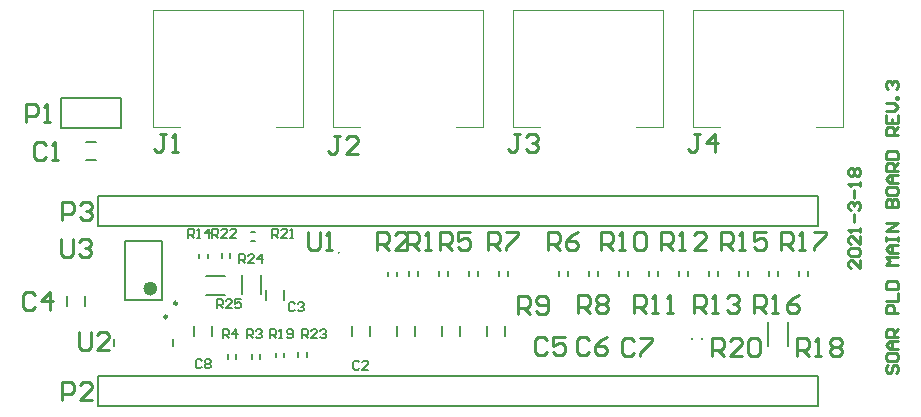
<source format=gto>
G04*
G04 #@! TF.GenerationSoftware,Altium Limited,Altium Designer,21.2.0 (30)*
G04*
G04 Layer_Color=65535*
%FSLAX23Y23*%
%MOIN*%
G70*
G04*
G04 #@! TF.SameCoordinates,F0910630-DBBB-4278-8751-63CB2971D6BE*
G04*
G04*
G04 #@! TF.FilePolarity,Positive*
G04*
G01*
G75*
%ADD10C,0.024*%
%ADD11C,0.010*%
%ADD12C,0.005*%
%ADD13C,0.008*%
%ADD14C,0.004*%
%ADD15C,0.010*%
%ADD16C,0.005*%
D10*
X535Y541D02*
G03*
X535Y541I-12J0D01*
G01*
D11*
X612Y492D02*
G03*
X612Y492I-5J0D01*
G01*
X579Y447D02*
G03*
X579Y447I-5J0D01*
G01*
D12*
X1152Y660D02*
G03*
X1152Y660I-2J0D01*
G01*
D13*
X1405Y384D02*
Y416D01*
X1345Y384D02*
Y416D01*
X1555Y384D02*
Y416D01*
X1495Y384D02*
Y416D01*
X1195Y384D02*
Y416D01*
X1255Y384D02*
Y416D01*
X2327Y374D02*
Y376D01*
X2363Y374D02*
Y376D01*
X2582Y351D02*
Y428D01*
X2648Y351D02*
Y428D01*
X2750Y750D02*
Y850D01*
X350Y750D02*
X2750D01*
X350D02*
Y850D01*
X425D01*
X2750D01*
X437Y698D02*
X563D01*
X437Y502D02*
X563D01*
X437D02*
Y698D01*
X563Y502D02*
Y698D01*
X1016Y313D02*
Y328D01*
X1044Y313D02*
Y328D01*
X425Y250D02*
X2750D01*
X350D02*
X425D01*
X350Y150D02*
Y250D01*
Y150D02*
X2750D01*
Y250D01*
X857Y701D02*
X873D01*
X857Y729D02*
X873D01*
X941Y312D02*
Y327D01*
X969Y312D02*
Y327D01*
X781Y307D02*
Y323D01*
X809Y307D02*
Y323D01*
X861Y307D02*
Y323D01*
X889Y307D02*
Y323D01*
X761Y642D02*
Y658D01*
X789Y642D02*
Y658D01*
X710Y518D02*
X771D01*
X710Y582D02*
X771D01*
X828Y524D02*
Y586D01*
X892Y524D02*
Y586D01*
X1645Y384D02*
Y416D01*
X1705Y384D02*
Y416D01*
X670Y384D02*
Y416D01*
X730Y384D02*
Y416D01*
X305Y484D02*
Y516D01*
X245Y484D02*
Y516D01*
X910Y504D02*
Y536D01*
X970Y504D02*
Y536D01*
X225Y1075D02*
Y1175D01*
X425D01*
Y1075D02*
Y1175D01*
X225Y1075D02*
X425D01*
X686Y642D02*
Y657D01*
X714Y642D02*
Y657D01*
X309Y970D02*
X341D01*
X309Y1030D02*
X341D01*
X402Y348D02*
Y372D01*
X598Y348D02*
Y372D01*
X1414Y582D02*
Y598D01*
X1386Y582D02*
Y598D01*
X1344Y582D02*
Y597D01*
X1316Y582D02*
Y597D01*
X1486Y583D02*
Y598D01*
X1514Y583D02*
Y598D01*
X1686Y583D02*
Y598D01*
X1714Y583D02*
Y598D01*
X1586Y583D02*
Y598D01*
X1614Y583D02*
Y598D01*
X2686Y583D02*
Y598D01*
X2714Y583D02*
Y598D01*
X1886Y583D02*
Y598D01*
X1914Y583D02*
Y598D01*
X1986Y583D02*
Y598D01*
X2014Y583D02*
Y598D01*
X2086Y583D02*
Y598D01*
X2114Y583D02*
Y598D01*
X2186Y583D02*
Y598D01*
X2214Y583D02*
Y598D01*
X2286Y583D02*
Y598D01*
X2314Y583D02*
Y598D01*
X2386Y583D02*
Y598D01*
X2414Y583D02*
Y598D01*
X2486Y583D02*
Y598D01*
X2514Y583D02*
Y598D01*
X2586Y583D02*
Y598D01*
X2614Y583D02*
Y598D01*
D14*
X2333Y1078D02*
X2423D01*
X2333D02*
Y1469D01*
X2831D01*
Y1078D02*
Y1469D01*
X2741Y1078D02*
X2831D01*
X1733D02*
X1823D01*
X1733D02*
Y1469D01*
X2231D01*
Y1078D02*
Y1469D01*
X2141Y1078D02*
X2231D01*
X1133D02*
X1223D01*
X1133D02*
Y1469D01*
X1631D01*
Y1078D02*
Y1469D01*
X1541Y1078D02*
X1631D01*
X533D02*
X623D01*
X533D02*
Y1469D01*
X1031D01*
Y1078D02*
Y1469D01*
X941Y1078D02*
X1031D01*
D15*
X1845Y370D02*
X1835Y380D01*
X1815D01*
X1805Y370D01*
Y330D01*
X1815Y320D01*
X1835D01*
X1845Y330D01*
X1905Y380D02*
X1865D01*
Y350D01*
X1885Y360D01*
X1895D01*
X1905Y350D01*
Y330D01*
X1895Y320D01*
X1875D01*
X1865Y330D01*
X1985Y370D02*
X1975Y380D01*
X1955D01*
X1945Y370D01*
Y330D01*
X1955Y320D01*
X1975D01*
X1985Y330D01*
X2045Y380D02*
X2025Y370D01*
X2005Y350D01*
Y330D01*
X2015Y320D01*
X2035D01*
X2045Y330D01*
Y340D01*
X2035Y350D01*
X2005D01*
X2890Y637D02*
Y610D01*
X2863Y637D01*
X2857D01*
X2850Y630D01*
Y617D01*
X2857Y610D01*
Y650D02*
X2850Y657D01*
Y670D01*
X2857Y677D01*
X2883D01*
X2890Y670D01*
Y657D01*
X2883Y650D01*
X2857D01*
X2890Y717D02*
Y690D01*
X2863Y717D01*
X2857D01*
X2850Y710D01*
Y697D01*
X2857Y690D01*
X2890Y730D02*
Y743D01*
Y737D01*
X2850D01*
X2857Y730D01*
X2870Y763D02*
Y790D01*
X2857Y803D02*
X2850Y810D01*
Y823D01*
X2857Y830D01*
X2863D01*
X2870Y823D01*
Y817D01*
Y823D01*
X2877Y830D01*
X2883D01*
X2890Y823D01*
Y810D01*
X2883Y803D01*
X2870Y843D02*
Y870D01*
X2890Y883D02*
Y897D01*
Y890D01*
X2850D01*
X2857Y883D01*
Y917D02*
X2850Y923D01*
Y937D01*
X2857Y943D01*
X2863D01*
X2870Y937D01*
X2877Y943D01*
X2883D01*
X2890Y937D01*
Y923D01*
X2883Y917D01*
X2877D01*
X2870Y923D01*
X2863Y917D01*
X2857D01*
X2870Y923D02*
Y937D01*
X2982Y287D02*
X2975Y280D01*
Y267D01*
X2982Y260D01*
X2988D01*
X2995Y267D01*
Y280D01*
X3002Y287D01*
X3008D01*
X3015Y280D01*
Y267D01*
X3008Y260D01*
X2975Y320D02*
Y307D01*
X2982Y300D01*
X3008D01*
X3015Y307D01*
Y320D01*
X3008Y327D01*
X2982D01*
X2975Y320D01*
X3015Y340D02*
X2988D01*
X2975Y353D01*
X2988Y367D01*
X3015D01*
X2995D01*
Y340D01*
X3015Y380D02*
X2975D01*
Y400D01*
X2982Y407D01*
X2995D01*
X3002Y400D01*
Y380D01*
Y393D02*
X3015Y407D01*
Y460D02*
X2975D01*
Y480D01*
X2982Y487D01*
X2995D01*
X3002Y480D01*
Y460D01*
X2975Y500D02*
X3015D01*
Y527D01*
X2975Y540D02*
X3015D01*
Y560D01*
X3008Y567D01*
X2982D01*
X2975Y560D01*
Y540D01*
X3015Y620D02*
X2975D01*
X2988Y633D01*
X2975Y647D01*
X3015D01*
Y660D02*
X2988D01*
X2975Y673D01*
X2988Y687D01*
X3015D01*
X2995D01*
Y660D01*
X2975Y700D02*
Y713D01*
Y707D01*
X3015D01*
Y700D01*
Y713D01*
Y733D02*
X2975D01*
X3015Y760D01*
X2975D01*
Y813D02*
X3015D01*
Y833D01*
X3008Y840D01*
X3002D01*
X2995Y833D01*
Y813D01*
Y833D01*
X2988Y840D01*
X2982D01*
X2975Y833D01*
Y813D01*
Y873D02*
Y860D01*
X2982Y853D01*
X3008D01*
X3015Y860D01*
Y873D01*
X3008Y880D01*
X2982D01*
X2975Y873D01*
X3015Y893D02*
X2988D01*
X2975Y906D01*
X2988Y920D01*
X3015D01*
X2995D01*
Y893D01*
X3015Y933D02*
X2975D01*
Y953D01*
X2982Y960D01*
X2995D01*
X3002Y953D01*
Y933D01*
Y946D02*
X3015Y960D01*
X2975Y973D02*
X3015D01*
Y993D01*
X3008Y1000D01*
X2982D01*
X2975Y993D01*
Y973D01*
X3015Y1053D02*
X2975D01*
Y1073D01*
X2982Y1080D01*
X2995D01*
X3002Y1073D01*
Y1053D01*
Y1066D02*
X3015Y1080D01*
X2975Y1120D02*
Y1093D01*
X3015D01*
Y1120D01*
X2995Y1093D02*
Y1106D01*
X2975Y1133D02*
X3002D01*
X3015Y1146D01*
X3002Y1160D01*
X2975D01*
X3015Y1173D02*
X3008D01*
Y1180D01*
X3015D01*
Y1173D01*
X2982Y1206D02*
X2975Y1213D01*
Y1226D01*
X2982Y1233D01*
X2988D01*
X2995Y1226D01*
Y1220D01*
Y1226D01*
X3002Y1233D01*
X3008D01*
X3015Y1226D01*
Y1213D01*
X3008Y1206D01*
X2395Y315D02*
Y375D01*
X2425D01*
X2435Y365D01*
Y345D01*
X2425Y335D01*
X2395D01*
X2415D02*
X2435Y315D01*
X2495D02*
X2455D01*
X2495Y355D01*
Y365D01*
X2485Y375D01*
X2465D01*
X2455Y365D01*
X2515D02*
X2525Y375D01*
X2545D01*
X2555Y365D01*
Y325D01*
X2545Y315D01*
X2525D01*
X2515Y325D01*
Y365D01*
X2680Y315D02*
Y375D01*
X2710D01*
X2720Y365D01*
Y345D01*
X2710Y335D01*
X2680D01*
X2700D02*
X2720Y315D01*
X2740D02*
X2760D01*
X2750D01*
Y375D01*
X2740Y365D01*
X2790D02*
X2800Y375D01*
X2820D01*
X2830Y365D01*
Y355D01*
X2820Y345D01*
X2830Y335D01*
Y325D01*
X2820Y315D01*
X2800D01*
X2790Y325D01*
Y335D01*
X2800Y345D01*
X2790Y355D01*
Y365D01*
X2800Y345D02*
X2820D01*
X225Y705D02*
Y655D01*
X235Y645D01*
X255D01*
X265Y655D01*
Y705D01*
X285Y695D02*
X295Y705D01*
X315D01*
X325Y695D01*
Y685D01*
X315Y675D01*
X305D01*
X315D01*
X325Y665D01*
Y655D01*
X315Y645D01*
X295D01*
X285Y655D01*
X285Y395D02*
Y345D01*
X295Y335D01*
X315D01*
X325Y345D01*
Y395D01*
X385Y335D02*
X345D01*
X385Y375D01*
Y385D01*
X375Y395D01*
X355D01*
X345Y385D01*
X1050Y730D02*
Y680D01*
X1060Y670D01*
X1080D01*
X1090Y680D01*
Y730D01*
X1110Y670D02*
X1130D01*
X1120D01*
Y730D01*
X1110Y720D01*
X2625Y670D02*
Y730D01*
X2655D01*
X2665Y720D01*
Y700D01*
X2655Y690D01*
X2625D01*
X2645D02*
X2665Y670D01*
X2685D02*
X2705D01*
X2695D01*
Y730D01*
X2685Y720D01*
X2735Y730D02*
X2775D01*
Y720D01*
X2735Y680D01*
Y670D01*
X2535Y460D02*
Y520D01*
X2565D01*
X2575Y510D01*
Y490D01*
X2565Y480D01*
X2535D01*
X2555D02*
X2575Y460D01*
X2595D02*
X2615D01*
X2605D01*
Y520D01*
X2595Y510D01*
X2685Y520D02*
X2665Y510D01*
X2645Y490D01*
Y470D01*
X2655Y460D01*
X2675D01*
X2685Y470D01*
Y480D01*
X2675Y490D01*
X2645D01*
X2425Y670D02*
Y730D01*
X2455D01*
X2465Y720D01*
Y700D01*
X2455Y690D01*
X2425D01*
X2445D02*
X2465Y670D01*
X2485D02*
X2505D01*
X2495D01*
Y730D01*
X2485Y720D01*
X2575Y730D02*
X2535D01*
Y700D01*
X2555Y710D01*
X2565D01*
X2575Y700D01*
Y680D01*
X2565Y670D01*
X2545D01*
X2535Y680D01*
X2335Y460D02*
Y520D01*
X2365D01*
X2375Y510D01*
Y490D01*
X2365Y480D01*
X2335D01*
X2355D02*
X2375Y460D01*
X2395D02*
X2415D01*
X2405D01*
Y520D01*
X2395Y510D01*
X2445D02*
X2455Y520D01*
X2475D01*
X2485Y510D01*
Y500D01*
X2475Y490D01*
X2465D01*
X2475D01*
X2485Y480D01*
Y470D01*
X2475Y460D01*
X2455D01*
X2445Y470D01*
X2225Y670D02*
Y730D01*
X2255D01*
X2265Y720D01*
Y700D01*
X2255Y690D01*
X2225D01*
X2245D02*
X2265Y670D01*
X2285D02*
X2305D01*
X2295D01*
Y730D01*
X2285Y720D01*
X2375Y670D02*
X2335D01*
X2375Y710D01*
Y720D01*
X2365Y730D01*
X2345D01*
X2335Y720D01*
X2135Y460D02*
Y520D01*
X2165D01*
X2175Y510D01*
Y490D01*
X2165Y480D01*
X2135D01*
X2155D02*
X2175Y460D01*
X2195D02*
X2215D01*
X2205D01*
Y520D01*
X2195Y510D01*
X2245Y460D02*
X2265D01*
X2255D01*
Y520D01*
X2245Y510D01*
X2025Y670D02*
Y730D01*
X2055D01*
X2065Y720D01*
Y700D01*
X2055Y690D01*
X2025D01*
X2045D02*
X2065Y670D01*
X2085D02*
X2105D01*
X2095D01*
Y730D01*
X2085Y720D01*
X2135D02*
X2145Y730D01*
X2165D01*
X2175Y720D01*
Y680D01*
X2165Y670D01*
X2145D01*
X2135Y680D01*
Y720D01*
X1750Y455D02*
Y515D01*
X1780D01*
X1790Y505D01*
Y485D01*
X1780Y475D01*
X1750D01*
X1770D02*
X1790Y455D01*
X1810Y465D02*
X1820Y455D01*
X1840D01*
X1850Y465D01*
Y505D01*
X1840Y515D01*
X1820D01*
X1810Y505D01*
Y495D01*
X1820Y485D01*
X1850D01*
X1950Y460D02*
Y520D01*
X1980D01*
X1990Y510D01*
Y490D01*
X1980Y480D01*
X1950D01*
X1970D02*
X1990Y460D01*
X2010Y510D02*
X2020Y520D01*
X2040D01*
X2050Y510D01*
Y500D01*
X2040Y490D01*
X2050Y480D01*
Y470D01*
X2040Y460D01*
X2020D01*
X2010Y470D01*
Y480D01*
X2020Y490D01*
X2010Y500D01*
Y510D01*
X2020Y490D02*
X2040D01*
X1650Y670D02*
Y730D01*
X1680D01*
X1690Y720D01*
Y700D01*
X1680Y690D01*
X1650D01*
X1670D02*
X1690Y670D01*
X1710Y730D02*
X1750D01*
Y720D01*
X1710Y680D01*
Y670D01*
X1850Y670D02*
Y730D01*
X1880D01*
X1890Y720D01*
Y700D01*
X1880Y690D01*
X1850D01*
X1870D02*
X1890Y670D01*
X1950Y730D02*
X1930Y720D01*
X1910Y700D01*
Y680D01*
X1920Y670D01*
X1940D01*
X1950Y680D01*
Y690D01*
X1940Y700D01*
X1910D01*
X1490Y670D02*
Y730D01*
X1520D01*
X1530Y720D01*
Y700D01*
X1520Y690D01*
X1490D01*
X1510D02*
X1530Y670D01*
X1590Y730D02*
X1550D01*
Y700D01*
X1570Y710D01*
X1580D01*
X1590Y700D01*
Y680D01*
X1580Y670D01*
X1560D01*
X1550Y680D01*
X1280Y670D02*
Y730D01*
X1310D01*
X1320Y720D01*
Y700D01*
X1310Y690D01*
X1280D01*
X1300D02*
X1320Y670D01*
X1380D02*
X1340D01*
X1380Y710D01*
Y720D01*
X1370Y730D01*
X1350D01*
X1340Y720D01*
X1380Y670D02*
Y730D01*
X1410D01*
X1420Y720D01*
Y700D01*
X1410Y690D01*
X1380D01*
X1400D02*
X1420Y670D01*
X1440D02*
X1460D01*
X1450D01*
Y730D01*
X1440Y720D01*
X230Y770D02*
Y830D01*
X260D01*
X270Y820D01*
Y800D01*
X260Y790D01*
X230D01*
X290Y820D02*
X300Y830D01*
X320D01*
X330Y820D01*
Y810D01*
X320Y800D01*
X310D01*
X320D01*
X330Y790D01*
Y780D01*
X320Y770D01*
X300D01*
X290Y780D01*
X230Y170D02*
Y230D01*
X260D01*
X270Y220D01*
Y200D01*
X260Y190D01*
X230D01*
X330Y170D02*
X290D01*
X330Y210D01*
Y220D01*
X320Y230D01*
X300D01*
X290Y220D01*
X110Y1095D02*
Y1155D01*
X140D01*
X150Y1145D01*
Y1125D01*
X140Y1115D01*
X110D01*
X170Y1095D02*
X190D01*
X180D01*
Y1155D01*
X170Y1145D01*
X2355Y1055D02*
X2335D01*
X2345D01*
Y1005D01*
X2335Y995D01*
X2325D01*
X2315Y1005D01*
X2405Y995D02*
Y1055D01*
X2375Y1025D01*
X2415D01*
X1755Y1055D02*
X1735D01*
X1745D01*
Y1005D01*
X1735Y995D01*
X1725D01*
X1715Y1005D01*
X1775Y1045D02*
X1785Y1055D01*
X1805D01*
X1815Y1045D01*
Y1035D01*
X1805Y1025D01*
X1795D01*
X1805D01*
X1815Y1015D01*
Y1005D01*
X1805Y995D01*
X1785D01*
X1775Y1005D01*
X1155Y1050D02*
X1135D01*
X1145D01*
Y1000D01*
X1135Y990D01*
X1125D01*
X1115Y1000D01*
X1215Y990D02*
X1175D01*
X1215Y1030D01*
Y1040D01*
X1205Y1050D01*
X1185D01*
X1175Y1040D01*
X575Y1055D02*
X555D01*
X565D01*
Y1005D01*
X555Y995D01*
X545D01*
X535Y1005D01*
X595Y995D02*
X615D01*
X605D01*
Y1055D01*
X595Y1045D01*
X2135Y365D02*
X2125Y375D01*
X2105D01*
X2095Y365D01*
Y325D01*
X2105Y315D01*
X2125D01*
X2135Y325D01*
X2155Y375D02*
X2195D01*
Y365D01*
X2155Y325D01*
Y315D01*
X140Y520D02*
X130Y530D01*
X110D01*
X100Y520D01*
Y480D01*
X110Y470D01*
X130D01*
X140Y480D01*
X190Y470D02*
Y530D01*
X160Y500D01*
X200D01*
X175Y1020D02*
X165Y1030D01*
X145D01*
X135Y1020D01*
Y980D01*
X145Y970D01*
X165D01*
X175Y980D01*
X195Y970D02*
X215D01*
X205D01*
Y1030D01*
X195Y1020D01*
D16*
X1220Y295D02*
X1215Y300D01*
X1205D01*
X1200Y295D01*
Y275D01*
X1205Y270D01*
X1215D01*
X1220Y275D01*
X1250Y270D02*
X1230D01*
X1250Y290D01*
Y295D01*
X1245Y300D01*
X1235D01*
X1230Y295D01*
X745Y475D02*
Y505D01*
X760D01*
X765Y500D01*
Y490D01*
X760Y485D01*
X745D01*
X755D02*
X765Y475D01*
X795D02*
X775D01*
X795Y495D01*
Y500D01*
X790Y505D01*
X780D01*
X775Y500D01*
X825Y505D02*
X805D01*
Y490D01*
X815Y495D01*
X820D01*
X825Y490D01*
Y480D01*
X820Y475D01*
X810D01*
X805Y480D01*
X820Y625D02*
Y655D01*
X835D01*
X840Y650D01*
Y640D01*
X835Y635D01*
X820D01*
X830D02*
X840Y625D01*
X870D02*
X850D01*
X870Y645D01*
Y650D01*
X865Y655D01*
X855D01*
X850Y650D01*
X895Y625D02*
Y655D01*
X880Y640D01*
X900D01*
X1030Y375D02*
Y405D01*
X1045D01*
X1050Y400D01*
Y390D01*
X1045Y385D01*
X1030D01*
X1040D02*
X1050Y375D01*
X1080D02*
X1060D01*
X1080Y395D01*
Y400D01*
X1075Y405D01*
X1065D01*
X1060Y400D01*
X1090D02*
X1095Y405D01*
X1105D01*
X1110Y400D01*
Y395D01*
X1105Y390D01*
X1100D01*
X1105D01*
X1110Y385D01*
Y380D01*
X1105Y375D01*
X1095D01*
X1090Y380D01*
X730Y710D02*
Y740D01*
X745D01*
X750Y735D01*
Y725D01*
X745Y720D01*
X730D01*
X740D02*
X750Y710D01*
X780D02*
X760D01*
X780Y730D01*
Y735D01*
X775Y740D01*
X765D01*
X760Y735D01*
X810Y710D02*
X790D01*
X810Y730D01*
Y735D01*
X805Y740D01*
X795D01*
X790Y735D01*
X930Y710D02*
Y740D01*
X945D01*
X950Y735D01*
Y725D01*
X945Y720D01*
X930D01*
X940D02*
X950Y710D01*
X980D02*
X960D01*
X980Y730D01*
Y735D01*
X975Y740D01*
X965D01*
X960Y735D01*
X990Y710D02*
X1000D01*
X995D01*
Y740D01*
X990Y735D01*
X923Y375D02*
Y405D01*
X938D01*
X943Y400D01*
Y390D01*
X938Y385D01*
X923D01*
X933D02*
X943Y375D01*
X953D02*
X962D01*
X958D01*
Y405D01*
X953Y400D01*
X977Y380D02*
X982Y375D01*
X992D01*
X997Y380D01*
Y400D01*
X992Y405D01*
X982D01*
X977Y400D01*
Y395D01*
X982Y390D01*
X997D01*
X650Y710D02*
Y740D01*
X665D01*
X670Y735D01*
Y725D01*
X665Y720D01*
X650D01*
X660D02*
X670Y710D01*
X680D02*
X689D01*
X685D01*
Y740D01*
X680Y735D01*
X719Y710D02*
Y740D01*
X704Y725D01*
X724D01*
X765Y375D02*
Y405D01*
X780D01*
X785Y400D01*
Y390D01*
X780Y385D01*
X765D01*
X775D02*
X785Y375D01*
X810D02*
Y405D01*
X795Y390D01*
X815D01*
X845Y375D02*
Y405D01*
X860D01*
X865Y400D01*
Y390D01*
X860Y385D01*
X845D01*
X855D02*
X865Y375D01*
X875Y400D02*
X880Y405D01*
X890D01*
X895Y400D01*
Y395D01*
X890Y390D01*
X885D01*
X890D01*
X895Y385D01*
Y380D01*
X890Y375D01*
X880D01*
X875Y380D01*
X695Y300D02*
X690Y305D01*
X680D01*
X675Y300D01*
Y280D01*
X680Y275D01*
X690D01*
X695Y280D01*
X705Y300D02*
X710Y305D01*
X720D01*
X725Y300D01*
Y295D01*
X720Y290D01*
X725Y285D01*
Y280D01*
X720Y275D01*
X710D01*
X705Y280D01*
Y285D01*
X710Y290D01*
X705Y295D01*
Y300D01*
X710Y290D02*
X720D01*
X1005Y490D02*
X1000Y495D01*
X990D01*
X985Y490D01*
Y470D01*
X990Y465D01*
X1000D01*
X1005Y470D01*
X1015Y490D02*
X1020Y495D01*
X1030D01*
X1035Y490D01*
Y485D01*
X1030Y480D01*
X1025D01*
X1030D01*
X1035Y475D01*
Y470D01*
X1030Y465D01*
X1020D01*
X1015Y470D01*
M02*

</source>
